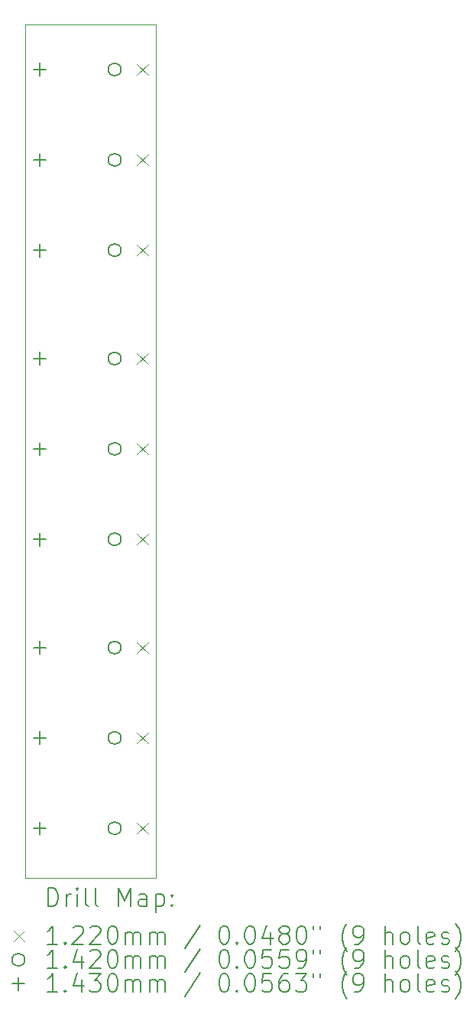
<source format=gbr>
%FSLAX45Y45*%
G04 Gerber Fmt 4.5, Leading zero omitted, Abs format (unit mm)*
G04 Created by KiCad (PCBNEW (6.0.0)) date 2022-04-30 18:42:31*
%MOMM*%
%LPD*%
G01*
G04 APERTURE LIST*
%TA.AperFunction,Profile*%
%ADD10C,0.050000*%
%TD*%
%ADD11C,0.200000*%
%ADD12C,0.122000*%
%ADD13C,0.142000*%
%ADD14C,0.143000*%
G04 APERTURE END LIST*
D10*
X5275000Y-3700000D02*
X6725000Y-3700000D01*
X6725000Y-3700000D02*
X6725000Y-13150000D01*
X5275000Y-13150000D02*
X6725000Y-13150000D01*
X5275000Y-3700000D02*
X5275000Y-13150000D01*
D11*
D12*
X6517000Y-4139000D02*
X6639000Y-4261000D01*
X6639000Y-4139000D02*
X6517000Y-4261000D01*
X6517000Y-5139000D02*
X6639000Y-5261000D01*
X6639000Y-5139000D02*
X6517000Y-5261000D01*
X6517000Y-6139000D02*
X6639000Y-6261000D01*
X6639000Y-6139000D02*
X6517000Y-6261000D01*
X6517000Y-7339000D02*
X6639000Y-7461000D01*
X6639000Y-7339000D02*
X6517000Y-7461000D01*
X6517000Y-8339000D02*
X6639000Y-8461000D01*
X6639000Y-8339000D02*
X6517000Y-8461000D01*
X6517000Y-9339000D02*
X6639000Y-9461000D01*
X6639000Y-9339000D02*
X6517000Y-9461000D01*
X6517000Y-10539000D02*
X6639000Y-10661000D01*
X6639000Y-10539000D02*
X6517000Y-10661000D01*
X6517000Y-11539000D02*
X6639000Y-11661000D01*
X6639000Y-11539000D02*
X6517000Y-11661000D01*
X6517000Y-12539000D02*
X6639000Y-12661000D01*
X6639000Y-12539000D02*
X6517000Y-12661000D01*
D13*
X6339000Y-4200000D02*
G75*
G03*
X6339000Y-4200000I-71000J0D01*
G01*
X6339000Y-5200000D02*
G75*
G03*
X6339000Y-5200000I-71000J0D01*
G01*
X6339000Y-6200000D02*
G75*
G03*
X6339000Y-6200000I-71000J0D01*
G01*
X6339000Y-7400000D02*
G75*
G03*
X6339000Y-7400000I-71000J0D01*
G01*
X6339000Y-8400000D02*
G75*
G03*
X6339000Y-8400000I-71000J0D01*
G01*
X6339000Y-9400000D02*
G75*
G03*
X6339000Y-9400000I-71000J0D01*
G01*
X6339000Y-10600000D02*
G75*
G03*
X6339000Y-10600000I-71000J0D01*
G01*
X6339000Y-11600000D02*
G75*
G03*
X6339000Y-11600000I-71000J0D01*
G01*
X6339000Y-12600000D02*
G75*
G03*
X6339000Y-12600000I-71000J0D01*
G01*
D14*
X5438000Y-4128500D02*
X5438000Y-4271500D01*
X5366500Y-4200000D02*
X5509500Y-4200000D01*
X5438000Y-5128500D02*
X5438000Y-5271500D01*
X5366500Y-5200000D02*
X5509500Y-5200000D01*
X5438000Y-6128500D02*
X5438000Y-6271500D01*
X5366500Y-6200000D02*
X5509500Y-6200000D01*
X5438000Y-7328500D02*
X5438000Y-7471500D01*
X5366500Y-7400000D02*
X5509500Y-7400000D01*
X5438000Y-8328500D02*
X5438000Y-8471500D01*
X5366500Y-8400000D02*
X5509500Y-8400000D01*
X5438000Y-9328500D02*
X5438000Y-9471500D01*
X5366500Y-9400000D02*
X5509500Y-9400000D01*
X5438000Y-10528500D02*
X5438000Y-10671500D01*
X5366500Y-10600000D02*
X5509500Y-10600000D01*
X5438000Y-11528500D02*
X5438000Y-11671500D01*
X5366500Y-11600000D02*
X5509500Y-11600000D01*
X5438000Y-12528500D02*
X5438000Y-12671500D01*
X5366500Y-12600000D02*
X5509500Y-12600000D01*
D11*
X5530119Y-13462976D02*
X5530119Y-13262976D01*
X5577738Y-13262976D01*
X5606309Y-13272500D01*
X5625357Y-13291548D01*
X5634881Y-13310595D01*
X5644405Y-13348690D01*
X5644405Y-13377262D01*
X5634881Y-13415357D01*
X5625357Y-13434405D01*
X5606309Y-13453452D01*
X5577738Y-13462976D01*
X5530119Y-13462976D01*
X5730119Y-13462976D02*
X5730119Y-13329643D01*
X5730119Y-13367738D02*
X5739643Y-13348690D01*
X5749167Y-13339167D01*
X5768214Y-13329643D01*
X5787262Y-13329643D01*
X5853928Y-13462976D02*
X5853928Y-13329643D01*
X5853928Y-13262976D02*
X5844405Y-13272500D01*
X5853928Y-13282024D01*
X5863452Y-13272500D01*
X5853928Y-13262976D01*
X5853928Y-13282024D01*
X5977738Y-13462976D02*
X5958690Y-13453452D01*
X5949167Y-13434405D01*
X5949167Y-13262976D01*
X6082500Y-13462976D02*
X6063452Y-13453452D01*
X6053928Y-13434405D01*
X6053928Y-13262976D01*
X6311071Y-13462976D02*
X6311071Y-13262976D01*
X6377738Y-13405833D01*
X6444405Y-13262976D01*
X6444405Y-13462976D01*
X6625357Y-13462976D02*
X6625357Y-13358214D01*
X6615833Y-13339167D01*
X6596786Y-13329643D01*
X6558690Y-13329643D01*
X6539643Y-13339167D01*
X6625357Y-13453452D02*
X6606309Y-13462976D01*
X6558690Y-13462976D01*
X6539643Y-13453452D01*
X6530119Y-13434405D01*
X6530119Y-13415357D01*
X6539643Y-13396309D01*
X6558690Y-13386786D01*
X6606309Y-13386786D01*
X6625357Y-13377262D01*
X6720595Y-13329643D02*
X6720595Y-13529643D01*
X6720595Y-13339167D02*
X6739643Y-13329643D01*
X6777738Y-13329643D01*
X6796786Y-13339167D01*
X6806309Y-13348690D01*
X6815833Y-13367738D01*
X6815833Y-13424881D01*
X6806309Y-13443928D01*
X6796786Y-13453452D01*
X6777738Y-13462976D01*
X6739643Y-13462976D01*
X6720595Y-13453452D01*
X6901548Y-13443928D02*
X6911071Y-13453452D01*
X6901548Y-13462976D01*
X6892024Y-13453452D01*
X6901548Y-13443928D01*
X6901548Y-13462976D01*
X6901548Y-13339167D02*
X6911071Y-13348690D01*
X6901548Y-13358214D01*
X6892024Y-13348690D01*
X6901548Y-13339167D01*
X6901548Y-13358214D01*
D12*
X5150500Y-13731500D02*
X5272500Y-13853500D01*
X5272500Y-13731500D02*
X5150500Y-13853500D01*
D11*
X5634881Y-13882976D02*
X5520595Y-13882976D01*
X5577738Y-13882976D02*
X5577738Y-13682976D01*
X5558690Y-13711548D01*
X5539643Y-13730595D01*
X5520595Y-13740119D01*
X5720595Y-13863928D02*
X5730119Y-13873452D01*
X5720595Y-13882976D01*
X5711071Y-13873452D01*
X5720595Y-13863928D01*
X5720595Y-13882976D01*
X5806309Y-13702024D02*
X5815833Y-13692500D01*
X5834881Y-13682976D01*
X5882500Y-13682976D01*
X5901548Y-13692500D01*
X5911071Y-13702024D01*
X5920595Y-13721071D01*
X5920595Y-13740119D01*
X5911071Y-13768690D01*
X5796786Y-13882976D01*
X5920595Y-13882976D01*
X5996786Y-13702024D02*
X6006309Y-13692500D01*
X6025357Y-13682976D01*
X6072976Y-13682976D01*
X6092024Y-13692500D01*
X6101548Y-13702024D01*
X6111071Y-13721071D01*
X6111071Y-13740119D01*
X6101548Y-13768690D01*
X5987262Y-13882976D01*
X6111071Y-13882976D01*
X6234881Y-13682976D02*
X6253928Y-13682976D01*
X6272976Y-13692500D01*
X6282500Y-13702024D01*
X6292024Y-13721071D01*
X6301548Y-13759167D01*
X6301548Y-13806786D01*
X6292024Y-13844881D01*
X6282500Y-13863928D01*
X6272976Y-13873452D01*
X6253928Y-13882976D01*
X6234881Y-13882976D01*
X6215833Y-13873452D01*
X6206309Y-13863928D01*
X6196786Y-13844881D01*
X6187262Y-13806786D01*
X6187262Y-13759167D01*
X6196786Y-13721071D01*
X6206309Y-13702024D01*
X6215833Y-13692500D01*
X6234881Y-13682976D01*
X6387262Y-13882976D02*
X6387262Y-13749643D01*
X6387262Y-13768690D02*
X6396786Y-13759167D01*
X6415833Y-13749643D01*
X6444405Y-13749643D01*
X6463452Y-13759167D01*
X6472976Y-13778214D01*
X6472976Y-13882976D01*
X6472976Y-13778214D02*
X6482500Y-13759167D01*
X6501548Y-13749643D01*
X6530119Y-13749643D01*
X6549167Y-13759167D01*
X6558690Y-13778214D01*
X6558690Y-13882976D01*
X6653928Y-13882976D02*
X6653928Y-13749643D01*
X6653928Y-13768690D02*
X6663452Y-13759167D01*
X6682500Y-13749643D01*
X6711071Y-13749643D01*
X6730119Y-13759167D01*
X6739643Y-13778214D01*
X6739643Y-13882976D01*
X6739643Y-13778214D02*
X6749167Y-13759167D01*
X6768214Y-13749643D01*
X6796786Y-13749643D01*
X6815833Y-13759167D01*
X6825357Y-13778214D01*
X6825357Y-13882976D01*
X7215833Y-13673452D02*
X7044405Y-13930595D01*
X7472976Y-13682976D02*
X7492024Y-13682976D01*
X7511071Y-13692500D01*
X7520595Y-13702024D01*
X7530119Y-13721071D01*
X7539643Y-13759167D01*
X7539643Y-13806786D01*
X7530119Y-13844881D01*
X7520595Y-13863928D01*
X7511071Y-13873452D01*
X7492024Y-13882976D01*
X7472976Y-13882976D01*
X7453928Y-13873452D01*
X7444405Y-13863928D01*
X7434881Y-13844881D01*
X7425357Y-13806786D01*
X7425357Y-13759167D01*
X7434881Y-13721071D01*
X7444405Y-13702024D01*
X7453928Y-13692500D01*
X7472976Y-13682976D01*
X7625357Y-13863928D02*
X7634881Y-13873452D01*
X7625357Y-13882976D01*
X7615833Y-13873452D01*
X7625357Y-13863928D01*
X7625357Y-13882976D01*
X7758690Y-13682976D02*
X7777738Y-13682976D01*
X7796786Y-13692500D01*
X7806309Y-13702024D01*
X7815833Y-13721071D01*
X7825357Y-13759167D01*
X7825357Y-13806786D01*
X7815833Y-13844881D01*
X7806309Y-13863928D01*
X7796786Y-13873452D01*
X7777738Y-13882976D01*
X7758690Y-13882976D01*
X7739643Y-13873452D01*
X7730119Y-13863928D01*
X7720595Y-13844881D01*
X7711071Y-13806786D01*
X7711071Y-13759167D01*
X7720595Y-13721071D01*
X7730119Y-13702024D01*
X7739643Y-13692500D01*
X7758690Y-13682976D01*
X7996786Y-13749643D02*
X7996786Y-13882976D01*
X7949167Y-13673452D02*
X7901548Y-13816309D01*
X8025357Y-13816309D01*
X8130119Y-13768690D02*
X8111071Y-13759167D01*
X8101548Y-13749643D01*
X8092024Y-13730595D01*
X8092024Y-13721071D01*
X8101548Y-13702024D01*
X8111071Y-13692500D01*
X8130119Y-13682976D01*
X8168214Y-13682976D01*
X8187262Y-13692500D01*
X8196786Y-13702024D01*
X8206309Y-13721071D01*
X8206309Y-13730595D01*
X8196786Y-13749643D01*
X8187262Y-13759167D01*
X8168214Y-13768690D01*
X8130119Y-13768690D01*
X8111071Y-13778214D01*
X8101548Y-13787738D01*
X8092024Y-13806786D01*
X8092024Y-13844881D01*
X8101548Y-13863928D01*
X8111071Y-13873452D01*
X8130119Y-13882976D01*
X8168214Y-13882976D01*
X8187262Y-13873452D01*
X8196786Y-13863928D01*
X8206309Y-13844881D01*
X8206309Y-13806786D01*
X8196786Y-13787738D01*
X8187262Y-13778214D01*
X8168214Y-13768690D01*
X8330119Y-13682976D02*
X8349167Y-13682976D01*
X8368214Y-13692500D01*
X8377738Y-13702024D01*
X8387262Y-13721071D01*
X8396786Y-13759167D01*
X8396786Y-13806786D01*
X8387262Y-13844881D01*
X8377738Y-13863928D01*
X8368214Y-13873452D01*
X8349167Y-13882976D01*
X8330119Y-13882976D01*
X8311071Y-13873452D01*
X8301548Y-13863928D01*
X8292024Y-13844881D01*
X8282500Y-13806786D01*
X8282500Y-13759167D01*
X8292024Y-13721071D01*
X8301548Y-13702024D01*
X8311071Y-13692500D01*
X8330119Y-13682976D01*
X8472976Y-13682976D02*
X8472976Y-13721071D01*
X8549167Y-13682976D02*
X8549167Y-13721071D01*
X8844405Y-13959167D02*
X8834881Y-13949643D01*
X8815833Y-13921071D01*
X8806310Y-13902024D01*
X8796786Y-13873452D01*
X8787262Y-13825833D01*
X8787262Y-13787738D01*
X8796786Y-13740119D01*
X8806310Y-13711548D01*
X8815833Y-13692500D01*
X8834881Y-13663928D01*
X8844405Y-13654405D01*
X8930119Y-13882976D02*
X8968214Y-13882976D01*
X8987262Y-13873452D01*
X8996786Y-13863928D01*
X9015833Y-13835357D01*
X9025357Y-13797262D01*
X9025357Y-13721071D01*
X9015833Y-13702024D01*
X9006310Y-13692500D01*
X8987262Y-13682976D01*
X8949167Y-13682976D01*
X8930119Y-13692500D01*
X8920595Y-13702024D01*
X8911071Y-13721071D01*
X8911071Y-13768690D01*
X8920595Y-13787738D01*
X8930119Y-13797262D01*
X8949167Y-13806786D01*
X8987262Y-13806786D01*
X9006310Y-13797262D01*
X9015833Y-13787738D01*
X9025357Y-13768690D01*
X9263452Y-13882976D02*
X9263452Y-13682976D01*
X9349167Y-13882976D02*
X9349167Y-13778214D01*
X9339643Y-13759167D01*
X9320595Y-13749643D01*
X9292024Y-13749643D01*
X9272976Y-13759167D01*
X9263452Y-13768690D01*
X9472976Y-13882976D02*
X9453929Y-13873452D01*
X9444405Y-13863928D01*
X9434881Y-13844881D01*
X9434881Y-13787738D01*
X9444405Y-13768690D01*
X9453929Y-13759167D01*
X9472976Y-13749643D01*
X9501548Y-13749643D01*
X9520595Y-13759167D01*
X9530119Y-13768690D01*
X9539643Y-13787738D01*
X9539643Y-13844881D01*
X9530119Y-13863928D01*
X9520595Y-13873452D01*
X9501548Y-13882976D01*
X9472976Y-13882976D01*
X9653929Y-13882976D02*
X9634881Y-13873452D01*
X9625357Y-13854405D01*
X9625357Y-13682976D01*
X9806310Y-13873452D02*
X9787262Y-13882976D01*
X9749167Y-13882976D01*
X9730119Y-13873452D01*
X9720595Y-13854405D01*
X9720595Y-13778214D01*
X9730119Y-13759167D01*
X9749167Y-13749643D01*
X9787262Y-13749643D01*
X9806310Y-13759167D01*
X9815833Y-13778214D01*
X9815833Y-13797262D01*
X9720595Y-13816309D01*
X9892024Y-13873452D02*
X9911071Y-13882976D01*
X9949167Y-13882976D01*
X9968214Y-13873452D01*
X9977738Y-13854405D01*
X9977738Y-13844881D01*
X9968214Y-13825833D01*
X9949167Y-13816309D01*
X9920595Y-13816309D01*
X9901548Y-13806786D01*
X9892024Y-13787738D01*
X9892024Y-13778214D01*
X9901548Y-13759167D01*
X9920595Y-13749643D01*
X9949167Y-13749643D01*
X9968214Y-13759167D01*
X10044405Y-13959167D02*
X10053929Y-13949643D01*
X10072976Y-13921071D01*
X10082500Y-13902024D01*
X10092024Y-13873452D01*
X10101548Y-13825833D01*
X10101548Y-13787738D01*
X10092024Y-13740119D01*
X10082500Y-13711548D01*
X10072976Y-13692500D01*
X10053929Y-13663928D01*
X10044405Y-13654405D01*
D13*
X5272500Y-14056500D02*
G75*
G03*
X5272500Y-14056500I-71000J0D01*
G01*
D11*
X5634881Y-14146976D02*
X5520595Y-14146976D01*
X5577738Y-14146976D02*
X5577738Y-13946976D01*
X5558690Y-13975548D01*
X5539643Y-13994595D01*
X5520595Y-14004119D01*
X5720595Y-14127928D02*
X5730119Y-14137452D01*
X5720595Y-14146976D01*
X5711071Y-14137452D01*
X5720595Y-14127928D01*
X5720595Y-14146976D01*
X5901548Y-14013643D02*
X5901548Y-14146976D01*
X5853928Y-13937452D02*
X5806309Y-14080309D01*
X5930119Y-14080309D01*
X5996786Y-13966024D02*
X6006309Y-13956500D01*
X6025357Y-13946976D01*
X6072976Y-13946976D01*
X6092024Y-13956500D01*
X6101548Y-13966024D01*
X6111071Y-13985071D01*
X6111071Y-14004119D01*
X6101548Y-14032690D01*
X5987262Y-14146976D01*
X6111071Y-14146976D01*
X6234881Y-13946976D02*
X6253928Y-13946976D01*
X6272976Y-13956500D01*
X6282500Y-13966024D01*
X6292024Y-13985071D01*
X6301548Y-14023167D01*
X6301548Y-14070786D01*
X6292024Y-14108881D01*
X6282500Y-14127928D01*
X6272976Y-14137452D01*
X6253928Y-14146976D01*
X6234881Y-14146976D01*
X6215833Y-14137452D01*
X6206309Y-14127928D01*
X6196786Y-14108881D01*
X6187262Y-14070786D01*
X6187262Y-14023167D01*
X6196786Y-13985071D01*
X6206309Y-13966024D01*
X6215833Y-13956500D01*
X6234881Y-13946976D01*
X6387262Y-14146976D02*
X6387262Y-14013643D01*
X6387262Y-14032690D02*
X6396786Y-14023167D01*
X6415833Y-14013643D01*
X6444405Y-14013643D01*
X6463452Y-14023167D01*
X6472976Y-14042214D01*
X6472976Y-14146976D01*
X6472976Y-14042214D02*
X6482500Y-14023167D01*
X6501548Y-14013643D01*
X6530119Y-14013643D01*
X6549167Y-14023167D01*
X6558690Y-14042214D01*
X6558690Y-14146976D01*
X6653928Y-14146976D02*
X6653928Y-14013643D01*
X6653928Y-14032690D02*
X6663452Y-14023167D01*
X6682500Y-14013643D01*
X6711071Y-14013643D01*
X6730119Y-14023167D01*
X6739643Y-14042214D01*
X6739643Y-14146976D01*
X6739643Y-14042214D02*
X6749167Y-14023167D01*
X6768214Y-14013643D01*
X6796786Y-14013643D01*
X6815833Y-14023167D01*
X6825357Y-14042214D01*
X6825357Y-14146976D01*
X7215833Y-13937452D02*
X7044405Y-14194595D01*
X7472976Y-13946976D02*
X7492024Y-13946976D01*
X7511071Y-13956500D01*
X7520595Y-13966024D01*
X7530119Y-13985071D01*
X7539643Y-14023167D01*
X7539643Y-14070786D01*
X7530119Y-14108881D01*
X7520595Y-14127928D01*
X7511071Y-14137452D01*
X7492024Y-14146976D01*
X7472976Y-14146976D01*
X7453928Y-14137452D01*
X7444405Y-14127928D01*
X7434881Y-14108881D01*
X7425357Y-14070786D01*
X7425357Y-14023167D01*
X7434881Y-13985071D01*
X7444405Y-13966024D01*
X7453928Y-13956500D01*
X7472976Y-13946976D01*
X7625357Y-14127928D02*
X7634881Y-14137452D01*
X7625357Y-14146976D01*
X7615833Y-14137452D01*
X7625357Y-14127928D01*
X7625357Y-14146976D01*
X7758690Y-13946976D02*
X7777738Y-13946976D01*
X7796786Y-13956500D01*
X7806309Y-13966024D01*
X7815833Y-13985071D01*
X7825357Y-14023167D01*
X7825357Y-14070786D01*
X7815833Y-14108881D01*
X7806309Y-14127928D01*
X7796786Y-14137452D01*
X7777738Y-14146976D01*
X7758690Y-14146976D01*
X7739643Y-14137452D01*
X7730119Y-14127928D01*
X7720595Y-14108881D01*
X7711071Y-14070786D01*
X7711071Y-14023167D01*
X7720595Y-13985071D01*
X7730119Y-13966024D01*
X7739643Y-13956500D01*
X7758690Y-13946976D01*
X8006309Y-13946976D02*
X7911071Y-13946976D01*
X7901548Y-14042214D01*
X7911071Y-14032690D01*
X7930119Y-14023167D01*
X7977738Y-14023167D01*
X7996786Y-14032690D01*
X8006309Y-14042214D01*
X8015833Y-14061262D01*
X8015833Y-14108881D01*
X8006309Y-14127928D01*
X7996786Y-14137452D01*
X7977738Y-14146976D01*
X7930119Y-14146976D01*
X7911071Y-14137452D01*
X7901548Y-14127928D01*
X8196786Y-13946976D02*
X8101548Y-13946976D01*
X8092024Y-14042214D01*
X8101548Y-14032690D01*
X8120595Y-14023167D01*
X8168214Y-14023167D01*
X8187262Y-14032690D01*
X8196786Y-14042214D01*
X8206309Y-14061262D01*
X8206309Y-14108881D01*
X8196786Y-14127928D01*
X8187262Y-14137452D01*
X8168214Y-14146976D01*
X8120595Y-14146976D01*
X8101548Y-14137452D01*
X8092024Y-14127928D01*
X8301548Y-14146976D02*
X8339643Y-14146976D01*
X8358690Y-14137452D01*
X8368214Y-14127928D01*
X8387262Y-14099357D01*
X8396786Y-14061262D01*
X8396786Y-13985071D01*
X8387262Y-13966024D01*
X8377738Y-13956500D01*
X8358690Y-13946976D01*
X8320595Y-13946976D01*
X8301548Y-13956500D01*
X8292024Y-13966024D01*
X8282500Y-13985071D01*
X8282500Y-14032690D01*
X8292024Y-14051738D01*
X8301548Y-14061262D01*
X8320595Y-14070786D01*
X8358690Y-14070786D01*
X8377738Y-14061262D01*
X8387262Y-14051738D01*
X8396786Y-14032690D01*
X8472976Y-13946976D02*
X8472976Y-13985071D01*
X8549167Y-13946976D02*
X8549167Y-13985071D01*
X8844405Y-14223167D02*
X8834881Y-14213643D01*
X8815833Y-14185071D01*
X8806310Y-14166024D01*
X8796786Y-14137452D01*
X8787262Y-14089833D01*
X8787262Y-14051738D01*
X8796786Y-14004119D01*
X8806310Y-13975548D01*
X8815833Y-13956500D01*
X8834881Y-13927928D01*
X8844405Y-13918405D01*
X8930119Y-14146976D02*
X8968214Y-14146976D01*
X8987262Y-14137452D01*
X8996786Y-14127928D01*
X9015833Y-14099357D01*
X9025357Y-14061262D01*
X9025357Y-13985071D01*
X9015833Y-13966024D01*
X9006310Y-13956500D01*
X8987262Y-13946976D01*
X8949167Y-13946976D01*
X8930119Y-13956500D01*
X8920595Y-13966024D01*
X8911071Y-13985071D01*
X8911071Y-14032690D01*
X8920595Y-14051738D01*
X8930119Y-14061262D01*
X8949167Y-14070786D01*
X8987262Y-14070786D01*
X9006310Y-14061262D01*
X9015833Y-14051738D01*
X9025357Y-14032690D01*
X9263452Y-14146976D02*
X9263452Y-13946976D01*
X9349167Y-14146976D02*
X9349167Y-14042214D01*
X9339643Y-14023167D01*
X9320595Y-14013643D01*
X9292024Y-14013643D01*
X9272976Y-14023167D01*
X9263452Y-14032690D01*
X9472976Y-14146976D02*
X9453929Y-14137452D01*
X9444405Y-14127928D01*
X9434881Y-14108881D01*
X9434881Y-14051738D01*
X9444405Y-14032690D01*
X9453929Y-14023167D01*
X9472976Y-14013643D01*
X9501548Y-14013643D01*
X9520595Y-14023167D01*
X9530119Y-14032690D01*
X9539643Y-14051738D01*
X9539643Y-14108881D01*
X9530119Y-14127928D01*
X9520595Y-14137452D01*
X9501548Y-14146976D01*
X9472976Y-14146976D01*
X9653929Y-14146976D02*
X9634881Y-14137452D01*
X9625357Y-14118405D01*
X9625357Y-13946976D01*
X9806310Y-14137452D02*
X9787262Y-14146976D01*
X9749167Y-14146976D01*
X9730119Y-14137452D01*
X9720595Y-14118405D01*
X9720595Y-14042214D01*
X9730119Y-14023167D01*
X9749167Y-14013643D01*
X9787262Y-14013643D01*
X9806310Y-14023167D01*
X9815833Y-14042214D01*
X9815833Y-14061262D01*
X9720595Y-14080309D01*
X9892024Y-14137452D02*
X9911071Y-14146976D01*
X9949167Y-14146976D01*
X9968214Y-14137452D01*
X9977738Y-14118405D01*
X9977738Y-14108881D01*
X9968214Y-14089833D01*
X9949167Y-14080309D01*
X9920595Y-14080309D01*
X9901548Y-14070786D01*
X9892024Y-14051738D01*
X9892024Y-14042214D01*
X9901548Y-14023167D01*
X9920595Y-14013643D01*
X9949167Y-14013643D01*
X9968214Y-14023167D01*
X10044405Y-14223167D02*
X10053929Y-14213643D01*
X10072976Y-14185071D01*
X10082500Y-14166024D01*
X10092024Y-14137452D01*
X10101548Y-14089833D01*
X10101548Y-14051738D01*
X10092024Y-14004119D01*
X10082500Y-13975548D01*
X10072976Y-13956500D01*
X10053929Y-13927928D01*
X10044405Y-13918405D01*
D14*
X5201000Y-14249000D02*
X5201000Y-14392000D01*
X5129500Y-14320500D02*
X5272500Y-14320500D01*
D11*
X5634881Y-14410976D02*
X5520595Y-14410976D01*
X5577738Y-14410976D02*
X5577738Y-14210976D01*
X5558690Y-14239548D01*
X5539643Y-14258595D01*
X5520595Y-14268119D01*
X5720595Y-14391928D02*
X5730119Y-14401452D01*
X5720595Y-14410976D01*
X5711071Y-14401452D01*
X5720595Y-14391928D01*
X5720595Y-14410976D01*
X5901548Y-14277643D02*
X5901548Y-14410976D01*
X5853928Y-14201452D02*
X5806309Y-14344309D01*
X5930119Y-14344309D01*
X5987262Y-14210976D02*
X6111071Y-14210976D01*
X6044405Y-14287167D01*
X6072976Y-14287167D01*
X6092024Y-14296690D01*
X6101548Y-14306214D01*
X6111071Y-14325262D01*
X6111071Y-14372881D01*
X6101548Y-14391928D01*
X6092024Y-14401452D01*
X6072976Y-14410976D01*
X6015833Y-14410976D01*
X5996786Y-14401452D01*
X5987262Y-14391928D01*
X6234881Y-14210976D02*
X6253928Y-14210976D01*
X6272976Y-14220500D01*
X6282500Y-14230024D01*
X6292024Y-14249071D01*
X6301548Y-14287167D01*
X6301548Y-14334786D01*
X6292024Y-14372881D01*
X6282500Y-14391928D01*
X6272976Y-14401452D01*
X6253928Y-14410976D01*
X6234881Y-14410976D01*
X6215833Y-14401452D01*
X6206309Y-14391928D01*
X6196786Y-14372881D01*
X6187262Y-14334786D01*
X6187262Y-14287167D01*
X6196786Y-14249071D01*
X6206309Y-14230024D01*
X6215833Y-14220500D01*
X6234881Y-14210976D01*
X6387262Y-14410976D02*
X6387262Y-14277643D01*
X6387262Y-14296690D02*
X6396786Y-14287167D01*
X6415833Y-14277643D01*
X6444405Y-14277643D01*
X6463452Y-14287167D01*
X6472976Y-14306214D01*
X6472976Y-14410976D01*
X6472976Y-14306214D02*
X6482500Y-14287167D01*
X6501548Y-14277643D01*
X6530119Y-14277643D01*
X6549167Y-14287167D01*
X6558690Y-14306214D01*
X6558690Y-14410976D01*
X6653928Y-14410976D02*
X6653928Y-14277643D01*
X6653928Y-14296690D02*
X6663452Y-14287167D01*
X6682500Y-14277643D01*
X6711071Y-14277643D01*
X6730119Y-14287167D01*
X6739643Y-14306214D01*
X6739643Y-14410976D01*
X6739643Y-14306214D02*
X6749167Y-14287167D01*
X6768214Y-14277643D01*
X6796786Y-14277643D01*
X6815833Y-14287167D01*
X6825357Y-14306214D01*
X6825357Y-14410976D01*
X7215833Y-14201452D02*
X7044405Y-14458595D01*
X7472976Y-14210976D02*
X7492024Y-14210976D01*
X7511071Y-14220500D01*
X7520595Y-14230024D01*
X7530119Y-14249071D01*
X7539643Y-14287167D01*
X7539643Y-14334786D01*
X7530119Y-14372881D01*
X7520595Y-14391928D01*
X7511071Y-14401452D01*
X7492024Y-14410976D01*
X7472976Y-14410976D01*
X7453928Y-14401452D01*
X7444405Y-14391928D01*
X7434881Y-14372881D01*
X7425357Y-14334786D01*
X7425357Y-14287167D01*
X7434881Y-14249071D01*
X7444405Y-14230024D01*
X7453928Y-14220500D01*
X7472976Y-14210976D01*
X7625357Y-14391928D02*
X7634881Y-14401452D01*
X7625357Y-14410976D01*
X7615833Y-14401452D01*
X7625357Y-14391928D01*
X7625357Y-14410976D01*
X7758690Y-14210976D02*
X7777738Y-14210976D01*
X7796786Y-14220500D01*
X7806309Y-14230024D01*
X7815833Y-14249071D01*
X7825357Y-14287167D01*
X7825357Y-14334786D01*
X7815833Y-14372881D01*
X7806309Y-14391928D01*
X7796786Y-14401452D01*
X7777738Y-14410976D01*
X7758690Y-14410976D01*
X7739643Y-14401452D01*
X7730119Y-14391928D01*
X7720595Y-14372881D01*
X7711071Y-14334786D01*
X7711071Y-14287167D01*
X7720595Y-14249071D01*
X7730119Y-14230024D01*
X7739643Y-14220500D01*
X7758690Y-14210976D01*
X8006309Y-14210976D02*
X7911071Y-14210976D01*
X7901548Y-14306214D01*
X7911071Y-14296690D01*
X7930119Y-14287167D01*
X7977738Y-14287167D01*
X7996786Y-14296690D01*
X8006309Y-14306214D01*
X8015833Y-14325262D01*
X8015833Y-14372881D01*
X8006309Y-14391928D01*
X7996786Y-14401452D01*
X7977738Y-14410976D01*
X7930119Y-14410976D01*
X7911071Y-14401452D01*
X7901548Y-14391928D01*
X8187262Y-14210976D02*
X8149167Y-14210976D01*
X8130119Y-14220500D01*
X8120595Y-14230024D01*
X8101548Y-14258595D01*
X8092024Y-14296690D01*
X8092024Y-14372881D01*
X8101548Y-14391928D01*
X8111071Y-14401452D01*
X8130119Y-14410976D01*
X8168214Y-14410976D01*
X8187262Y-14401452D01*
X8196786Y-14391928D01*
X8206309Y-14372881D01*
X8206309Y-14325262D01*
X8196786Y-14306214D01*
X8187262Y-14296690D01*
X8168214Y-14287167D01*
X8130119Y-14287167D01*
X8111071Y-14296690D01*
X8101548Y-14306214D01*
X8092024Y-14325262D01*
X8272976Y-14210976D02*
X8396786Y-14210976D01*
X8330119Y-14287167D01*
X8358690Y-14287167D01*
X8377738Y-14296690D01*
X8387262Y-14306214D01*
X8396786Y-14325262D01*
X8396786Y-14372881D01*
X8387262Y-14391928D01*
X8377738Y-14401452D01*
X8358690Y-14410976D01*
X8301548Y-14410976D01*
X8282500Y-14401452D01*
X8272976Y-14391928D01*
X8472976Y-14210976D02*
X8472976Y-14249071D01*
X8549167Y-14210976D02*
X8549167Y-14249071D01*
X8844405Y-14487167D02*
X8834881Y-14477643D01*
X8815833Y-14449071D01*
X8806310Y-14430024D01*
X8796786Y-14401452D01*
X8787262Y-14353833D01*
X8787262Y-14315738D01*
X8796786Y-14268119D01*
X8806310Y-14239548D01*
X8815833Y-14220500D01*
X8834881Y-14191928D01*
X8844405Y-14182405D01*
X8930119Y-14410976D02*
X8968214Y-14410976D01*
X8987262Y-14401452D01*
X8996786Y-14391928D01*
X9015833Y-14363357D01*
X9025357Y-14325262D01*
X9025357Y-14249071D01*
X9015833Y-14230024D01*
X9006310Y-14220500D01*
X8987262Y-14210976D01*
X8949167Y-14210976D01*
X8930119Y-14220500D01*
X8920595Y-14230024D01*
X8911071Y-14249071D01*
X8911071Y-14296690D01*
X8920595Y-14315738D01*
X8930119Y-14325262D01*
X8949167Y-14334786D01*
X8987262Y-14334786D01*
X9006310Y-14325262D01*
X9015833Y-14315738D01*
X9025357Y-14296690D01*
X9263452Y-14410976D02*
X9263452Y-14210976D01*
X9349167Y-14410976D02*
X9349167Y-14306214D01*
X9339643Y-14287167D01*
X9320595Y-14277643D01*
X9292024Y-14277643D01*
X9272976Y-14287167D01*
X9263452Y-14296690D01*
X9472976Y-14410976D02*
X9453929Y-14401452D01*
X9444405Y-14391928D01*
X9434881Y-14372881D01*
X9434881Y-14315738D01*
X9444405Y-14296690D01*
X9453929Y-14287167D01*
X9472976Y-14277643D01*
X9501548Y-14277643D01*
X9520595Y-14287167D01*
X9530119Y-14296690D01*
X9539643Y-14315738D01*
X9539643Y-14372881D01*
X9530119Y-14391928D01*
X9520595Y-14401452D01*
X9501548Y-14410976D01*
X9472976Y-14410976D01*
X9653929Y-14410976D02*
X9634881Y-14401452D01*
X9625357Y-14382405D01*
X9625357Y-14210976D01*
X9806310Y-14401452D02*
X9787262Y-14410976D01*
X9749167Y-14410976D01*
X9730119Y-14401452D01*
X9720595Y-14382405D01*
X9720595Y-14306214D01*
X9730119Y-14287167D01*
X9749167Y-14277643D01*
X9787262Y-14277643D01*
X9806310Y-14287167D01*
X9815833Y-14306214D01*
X9815833Y-14325262D01*
X9720595Y-14344309D01*
X9892024Y-14401452D02*
X9911071Y-14410976D01*
X9949167Y-14410976D01*
X9968214Y-14401452D01*
X9977738Y-14382405D01*
X9977738Y-14372881D01*
X9968214Y-14353833D01*
X9949167Y-14344309D01*
X9920595Y-14344309D01*
X9901548Y-14334786D01*
X9892024Y-14315738D01*
X9892024Y-14306214D01*
X9901548Y-14287167D01*
X9920595Y-14277643D01*
X9949167Y-14277643D01*
X9968214Y-14287167D01*
X10044405Y-14487167D02*
X10053929Y-14477643D01*
X10072976Y-14449071D01*
X10082500Y-14430024D01*
X10092024Y-14401452D01*
X10101548Y-14353833D01*
X10101548Y-14315738D01*
X10092024Y-14268119D01*
X10082500Y-14239548D01*
X10072976Y-14220500D01*
X10053929Y-14191928D01*
X10044405Y-14182405D01*
M02*

</source>
